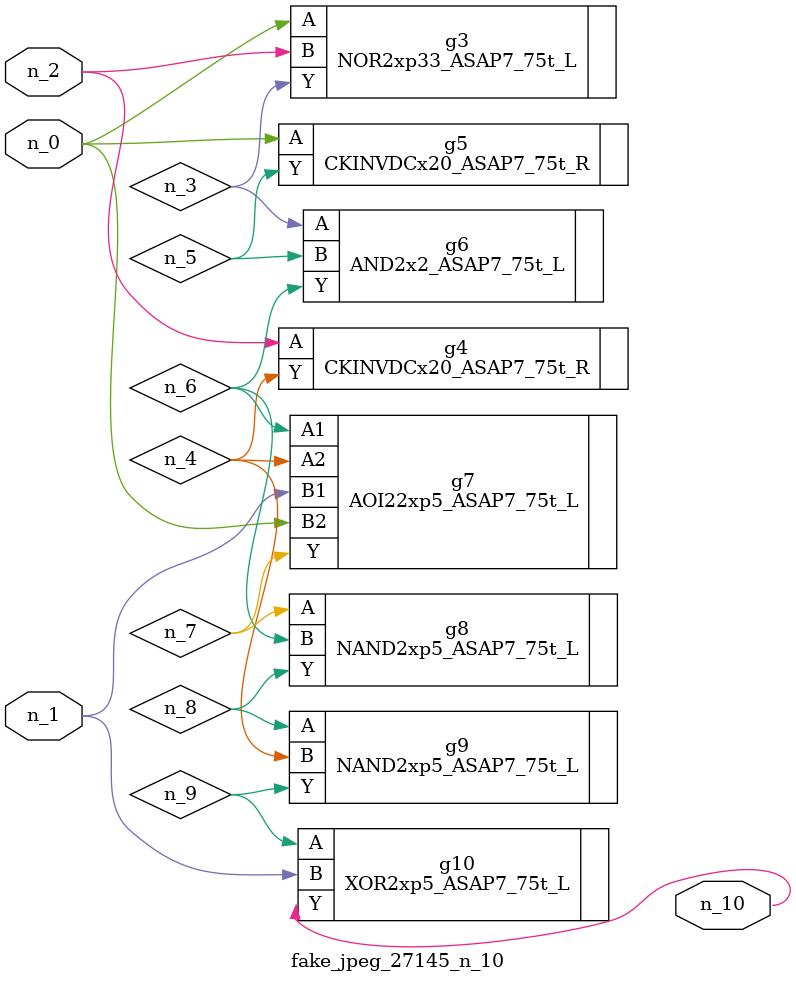
<source format=v>
module fake_jpeg_27145_n_10 (n_0, n_2, n_1, n_10);

input n_0;
input n_2;
input n_1;

output n_10;

wire n_3;
wire n_4;
wire n_8;
wire n_9;
wire n_6;
wire n_5;
wire n_7;

NOR2xp33_ASAP7_75t_L g3 ( 
.A(n_0),
.B(n_2),
.Y(n_3)
);

CKINVDCx20_ASAP7_75t_R g4 ( 
.A(n_2),
.Y(n_4)
);

CKINVDCx20_ASAP7_75t_R g5 ( 
.A(n_0),
.Y(n_5)
);

AND2x2_ASAP7_75t_L g6 ( 
.A(n_3),
.B(n_5),
.Y(n_6)
);

AOI22xp5_ASAP7_75t_L g7 ( 
.A1(n_6),
.A2(n_4),
.B1(n_1),
.B2(n_0),
.Y(n_7)
);

NAND2xp5_ASAP7_75t_L g8 ( 
.A(n_7),
.B(n_6),
.Y(n_8)
);

NAND2xp5_ASAP7_75t_L g9 ( 
.A(n_8),
.B(n_4),
.Y(n_9)
);

XOR2xp5_ASAP7_75t_L g10 ( 
.A(n_9),
.B(n_1),
.Y(n_10)
);


endmodule
</source>
